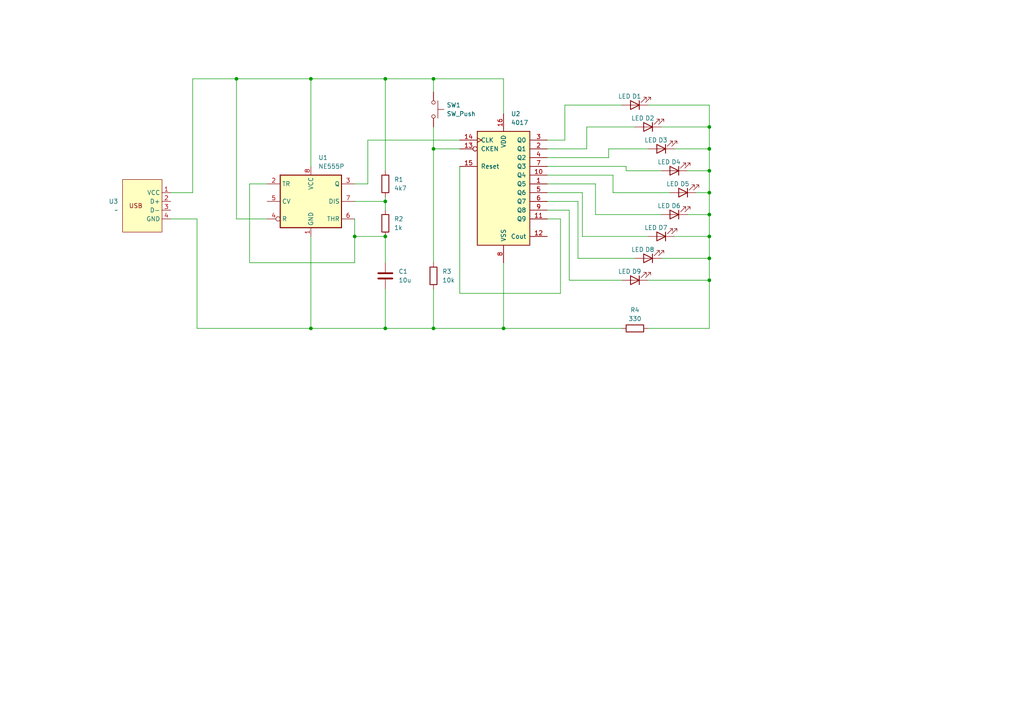
<source format=kicad_sch>
(kicad_sch (version 20250114) (generator "eeschema") (generator_version "9.0")
  (paper "A4")
  (lib_symbols
    (symbol "4xxx:4017" (pin_names (offset 1.016))
      (property "Reference" "U" (at -7.62 16.51 0))
      (property "Value" "4017" (at -7.62 -19.05 0))
      (symbol "4017_1_0"
        (pin input clock (at -12.7 12.7 0) (length 5.08) (name "CLK") (number "14"))
        (pin input inverted (at -12.7 10.16 0) (length 5.08) (name "CKEN") (number "13"))
        (pin input line (at -12.7 5.08 0) (length 5.08) (name "Reset") (number "15"))
        (pin power_in line (at 0 20.32 270) (length 5.08) (name "VDD") (number "16"))
        (pin power_in line (at 0 -22.86 90) (length 5.08) (name "VSS") (number "8"))
        (pin output line (at 12.7 12.7 180) (length 5.08) (name "Q0") (number "3"))
        (pin output line (at 12.7 10.16 180) (length 5.08) (name "Q1") (number "2"))
        (pin output line (at 12.7 7.62 180) (length 5.08) (name "Q2") (number "4"))
        (pin output line (at 12.7 5.08 180) (length 5.08) (name "Q3") (number "7"))
        (pin output line (at 12.7 2.54 180) (length 5.08) (name "Q4") (number "10"))
        (pin output line (at 12.7 0 180) (length 5.08) (name "Q5") (number "1"))
        (pin output line (at 12.7 -2.54 180) (length 5.08) (name "Q6") (number "5"))
        (pin output line (at 12.7 -5.08 180) (length 5.08) (name "Q7") (number "6"))
        (pin output line (at 12.7 -7.62 180) (length 5.08) (name "Q8") (number "9"))
        (pin output line (at 12.7 -10.16 180) (length 5.08) (name "Q9") (number "11"))
        (pin output line (at 12.7 -15.24 180) (length 5.08) (name "Cout") (number "12"))
      )
      (symbol "4017_1_1"
        (rectangle (start -7.62 15.24) (end 7.62 -17.78) (stroke (width 0.254)) (fill (type background)))
      )
    )
    (symbol "Device:C" (pin_numbers (hide yes)) (pin_names (offset 0.254))
      (property "Reference" "C" (at 0.635 2.54 0))
      (property "Value" "C" (at 0.635 -2.54 0))
      (symbol "C_0_1"
        (polyline (pts (xy -2.032 0.762) (xy 2.032 0.762)) (stroke (width 0.508)))
        (polyline (pts (xy -2.032 -0.762) (xy 2.032 -0.762)) (stroke (width 0.508)))
      )
      (symbol "C_1_1"
        (pin passive line (at 0 3.81 270) (length 2.794) (name "~") (number "1"))
        (pin passive line (at 0 -3.81 90) (length 2.794) (name "~") (number "2"))
      )
    )
    (symbol "Device:LED" (pin_numbers (hide yes)) (pin_names (offset 1.016) (hide yes))
      (property "Reference" "D" (at 0 2.54 0))
      (property "Value" "LED" (at 0 -2.54 0))
      (symbol "LED_0_1"
        (polyline (pts (xy -3.048 -0.762) (xy -4.572 -2.286) (xy -3.81 -2.286) (xy -4.572 -2.286) (xy -4.572 -1.524)))
        (polyline (pts (xy -1.778 -0.762) (xy -3.302 -2.286) (xy -2.54 -2.286) (xy -3.302 -2.286) (xy -3.302 -1.524)))
        (polyline (pts (xy -1.27 0) (xy 1.27 0)))
        (polyline (pts (xy -1.27 -1.27) (xy -1.27 1.27)) (stroke (width 0.254)))
        (polyline (pts (xy 1.27 -1.27) (xy 1.27 1.27) (xy -1.27 0) (xy 1.27 -1.27)) (stroke (width 0.254)))
      )
      (symbol "LED_1_1"
        (pin passive line (at -3.81 0 0) (length 2.54) (name "K") (number "1"))
        (pin passive line (at 3.81 0 180) (length 2.54) (name "A") (number "2"))
      )
    )
    (symbol "Device:R" (pin_numbers (hide yes)) (pin_names (offset 0))
      (property "Reference" "R" (at 2.032 0 90))
      (property "Value" "R" (at 0 0 90))
      (symbol "R_0_1"
        (rectangle (start -1.016 -2.54) (end 1.016 2.54) (stroke (width 0.254)))
      )
      (symbol "R_1_1"
        (pin passive line (at 0 3.81 270) (length 1.27) (name "~") (number "1"))
        (pin passive line (at 0 -3.81 90) (length 1.27) (name "~") (number "2"))
      )
    )
    (symbol "Switch:SW_Push" (pin_numbers (hide yes)) (pin_names (offset 1.016) (hide yes))
      (property "Reference" "SW" (at 1.27 2.54 0))
      (property "Value" "SW_Push" (at 0 -1.524 0))
      (symbol "SW_Push_0_1"
        (circle (center -2.032 0) (radius 0.508))
        (polyline (pts (xy 0 1.27) (xy 0 3.048)))
        (circle (center 2.032 0) (radius 0.508))
        (polyline (pts (xy 2.54 1.27) (xy -2.54 1.27)))
        (pin passive line (at -5.08 0 0) (length 2.54) (name "1") (number "1"))
        (pin passive line (at 5.08 0 180) (length 2.54) (name "2") (number "2"))
      )
    )
    (symbol "Timer:NE555P"
      (property "Reference" "U" (at -10.16 8.89 0))
      (property "Value" "NE555P" (at 2.54 8.89 0))
      (symbol "NE555P_0_0"
        (pin power_in line (at 0 10.16 270) (length 2.54) (name "VCC") (number "8"))
        (pin power_in line (at 0 -10.16 90) (length 2.54) (name "GND") (number "1"))
      )
      (symbol "NE555P_0_1"
        (rectangle (start -8.89 -7.62) (end 8.89 7.62) (stroke (width 0.254)) (fill (type background)))
        (rectangle (start -8.89 -7.62) (end 8.89 7.62) (stroke (width 0.254)) (fill (type background)))
      )
      (symbol "NE555P_1_1"
        (pin input line (at -12.7 5.08 0) (length 3.81) (name "TR") (number "2"))
        (pin input line (at -12.7 0 0) (length 3.81) (name "CV") (number "5"))
        (pin input inverted (at -12.7 -5.08 0) (length 3.81) (name "R") (number "4"))
        (pin output line (at 12.7 5.08 180) (length 3.81) (name "Q") (number "3"))
        (pin input line (at 12.7 0 180) (length 3.81) (name "DIS") (number "7"))
        (pin input line (at 12.7 -5.08 180) (length 3.81) (name "THR") (number "6"))
      )
    )
    (symbol "custom_symbol_library:PCB_USB_CONNECTOR"
      (property "Reference" "U" (at 0 0 0))
      (symbol "PCB_USB_CONNECTOR_1_1"
        (rectangle (start 5.08 7.62) (end 16.51 -7.62) (fill (type background)))
        (text "USB" (at 12.7 0 0) (effects (font (size 1.27 1.27))))
        (pin power_in line (at 2.54 3.81 0) (length 2.54) (name "VCC") (number "1"))
        (pin bidirectional line (at 2.54 1.27 0) (length 2.54) (name "D+") (number "2"))
        (pin bidirectional line (at 2.54 -1.27 0) (length 2.54) (name "D-") (number "3"))
        (pin power_in line (at 2.54 -3.81 0) (length 2.54) (name "GND") (number "4"))
      )
    )
  )
  (junction (at 111.76 68.58))
  (junction (at 111.76 22.86))
  (junction (at 205.74 36.83))
  (junction (at 125.73 95.25))
  (junction (at 125.73 43.18))
  (junction (at 90.17 95.25))
  (junction (at 205.74 68.58))
  (junction (at 125.73 22.86))
  (junction (at 90.17 22.86))
  (junction (at 102.87 68.58))
  (junction (at 205.74 49.53))
  (junction (at 205.74 55.88))
  (junction (at 111.76 95.25))
  (junction (at 146.05 95.25))
  (junction (at 68.58 22.86))
  (junction (at 205.74 74.93))
  (junction (at 205.74 81.28))
  (junction (at 205.74 62.23))
  (junction (at 205.74 43.18))
  (junction (at 111.76 58.42))
  (wire (pts (xy 199.39 49.53) (xy 205.74 49.53)))
  (wire (pts (xy 57.15 63.5) (xy 57.15 95.25)))
  (wire (pts (xy 199.39 62.23) (xy 205.74 62.23)))
  (wire (pts (xy 125.73 43.18) (xy 125.73 76.2)))
  (wire (pts (xy 102.87 58.42) (xy 111.76 58.42)))
  (wire (pts (xy 176.53 43.18) (xy 187.96 43.18)))
  (wire (pts (xy 90.17 95.25) (xy 111.76 95.25)))
  (wire (pts (xy 158.75 43.18) (xy 170.18 43.18)))
  (wire (pts (xy 195.58 43.18) (xy 205.74 43.18)))
  (wire (pts (xy 111.76 95.25) (xy 125.73 95.25)))
  (wire (pts (xy 90.17 68.58) (xy 90.17 95.25)))
  (wire (pts (xy 146.05 33.02) (xy 146.05 22.86)))
  (wire (pts (xy 49.53 55.88) (xy 55.88 55.88)))
  (wire (pts (xy 102.87 68.58) (xy 102.87 63.5)))
  (wire (pts (xy 57.15 95.25) (xy 90.17 95.25)))
  (wire (pts (xy 170.18 43.18) (xy 170.18 36.83)))
  (wire (pts (xy 167.64 58.42) (xy 167.64 74.93)))
  (wire (pts (xy 165.1 60.96) (xy 165.1 81.28)))
  (wire (pts (xy 125.73 83.82) (xy 125.73 95.25)))
  (wire (pts (xy 162.56 85.09) (xy 133.35 85.09)))
  (wire (pts (xy 181.61 48.26) (xy 181.61 49.53)))
  (wire (pts (xy 102.87 53.34) (xy 106.68 53.34)))
  (wire (pts (xy 168.91 68.58) (xy 187.96 68.58)))
  (wire (pts (xy 205.74 55.88) (xy 205.74 49.53)))
  (wire (pts (xy 111.76 68.58) (xy 102.87 68.58)))
  (wire (pts (xy 181.61 49.53) (xy 191.77 49.53)))
  (wire (pts (xy 163.83 40.64) (xy 163.83 30.48)))
  (wire (pts (xy 191.77 74.93) (xy 205.74 74.93)))
  (wire (pts (xy 125.73 22.86) (xy 111.76 22.86)))
  (wire (pts (xy 133.35 85.09) (xy 133.35 48.26)))
  (wire (pts (xy 205.74 74.93) (xy 205.74 68.58)))
  (wire (pts (xy 158.75 55.88) (xy 168.91 55.88)))
  (wire (pts (xy 102.87 68.58) (xy 102.87 76.2)))
  (wire (pts (xy 205.74 68.58) (xy 205.74 62.23)))
  (wire (pts (xy 158.75 58.42) (xy 167.64 58.42)))
  (wire (pts (xy 176.53 45.72) (xy 176.53 43.18)))
  (wire (pts (xy 102.87 76.2) (xy 72.39 76.2)))
  (wire (pts (xy 68.58 63.5) (xy 68.58 22.86)))
  (wire (pts (xy 187.96 81.28) (xy 205.74 81.28)))
  (wire (pts (xy 201.93 55.88) (xy 205.74 55.88)))
  (wire (pts (xy 49.53 63.5) (xy 57.15 63.5)))
  (wire (pts (xy 146.05 95.25) (xy 180.34 95.25)))
  (wire (pts (xy 72.39 76.2) (xy 72.39 53.34)))
  (wire (pts (xy 106.68 53.34) (xy 106.68 40.64)))
  (wire (pts (xy 111.76 58.42) (xy 111.76 57.15)))
  (wire (pts (xy 111.76 58.42) (xy 111.76 60.96)))
  (wire (pts (xy 158.75 53.34) (xy 172.72 53.34)))
  (wire (pts (xy 125.73 22.86) (xy 125.73 26.67)))
  (wire (pts (xy 125.73 36.83) (xy 125.73 43.18)))
  (wire (pts (xy 125.73 95.25) (xy 146.05 95.25)))
  (wire (pts (xy 55.88 22.86) (xy 68.58 22.86)))
  (wire (pts (xy 195.58 68.58) (xy 205.74 68.58)))
  (wire (pts (xy 167.64 74.93) (xy 184.15 74.93)))
  (wire (pts (xy 55.88 55.88) (xy 55.88 22.86)))
  (wire (pts (xy 205.74 81.28) (xy 205.74 74.93)))
  (wire (pts (xy 158.75 45.72) (xy 176.53 45.72)))
  (wire (pts (xy 158.75 63.5) (xy 162.56 63.5)))
  (wire (pts (xy 172.72 62.23) (xy 191.77 62.23)))
  (wire (pts (xy 158.75 60.96) (xy 165.1 60.96)))
  (wire (pts (xy 205.74 49.53) (xy 205.74 43.18)))
  (wire (pts (xy 205.74 36.83) (xy 205.74 30.48)))
  (wire (pts (xy 146.05 22.86) (xy 125.73 22.86)))
  (wire (pts (xy 162.56 63.5) (xy 162.56 85.09)))
  (wire (pts (xy 205.74 30.48) (xy 187.96 30.48)))
  (wire (pts (xy 205.74 43.18) (xy 205.74 36.83)))
  (wire (pts (xy 77.47 63.5) (xy 68.58 63.5)))
  (wire (pts (xy 133.35 43.18) (xy 125.73 43.18)))
  (wire (pts (xy 177.8 50.8) (xy 177.8 55.88)))
  (wire (pts (xy 90.17 22.86) (xy 90.17 48.26)))
  (wire (pts (xy 111.76 22.86) (xy 90.17 22.86)))
  (wire (pts (xy 170.18 36.83) (xy 184.15 36.83)))
  (wire (pts (xy 205.74 95.25) (xy 205.74 81.28)))
  (wire (pts (xy 172.72 53.34) (xy 172.72 62.23)))
  (wire (pts (xy 163.83 30.48) (xy 180.34 30.48)))
  (wire (pts (xy 111.76 68.58) (xy 111.76 76.2)))
  (wire (pts (xy 187.96 95.25) (xy 205.74 95.25)))
  (wire (pts (xy 72.39 53.34) (xy 77.47 53.34)))
  (wire (pts (xy 191.77 36.83) (xy 205.74 36.83)))
  (wire (pts (xy 158.75 40.64) (xy 163.83 40.64)))
  (wire (pts (xy 68.58 22.86) (xy 90.17 22.86)))
  (wire (pts (xy 165.1 81.28) (xy 180.34 81.28)))
  (wire (pts (xy 111.76 83.82) (xy 111.76 95.25)))
  (wire (pts (xy 177.8 55.88) (xy 194.31 55.88)))
  (wire (pts (xy 168.91 55.88) (xy 168.91 68.58)))
  (wire (pts (xy 158.75 48.26) (xy 181.61 48.26)))
  (wire (pts (xy 111.76 22.86) (xy 111.76 49.53)))
  (wire (pts (xy 106.68 40.64) (xy 133.35 40.64)))
  (wire (pts (xy 158.75 50.8) (xy 177.8 50.8)))
  (wire (pts (xy 146.05 76.2) (xy 146.05 95.25)))
  (wire (pts (xy 205.74 62.23) (xy 205.74 55.88)))
  (symbol (lib_id "Device:R") (at 125.73 80.01 0) (unit 1)
    (property "Reference" "R3" (at 128.27 78.7399 0) (effects (justify left)))
    (property "Value" "10k" (at 128.27 81.2799 0) (effects (justify left)))
    (property "Footprint" "Resistor_SMD:R_0805_2012Metric_Pad1.20x1.40mm_HandSolder" (effects (hide yes)))
    (property "Description" "Resistor" (effects (hide yes)))
  )
  (symbol (lib_id "Device:LED") (at 187.96 36.83 180) (unit 1)
    (property "Reference" "D2" (at 188.468 34.29 0))
    (property "Value" "LED" (at 184.912 34.29 0))
    (property "Footprint" "LED_SMD:LED_1210_3225Metric_Pad1.42x2.65mm_HandSolder" (effects (hide yes)))
    (property "Description" "Light emitting diode" (effects (hide yes)))
    (property "Sim.Pins" "1=K 2=A" (effects (hide yes)))
  )
  (symbol (lib_id "Switch:SW_Push") (at 125.73 31.75 270) (unit 1)
    (property "Reference" "SW1" (at 129.54 30.4799 90) (effects (justify left)))
    (property "Value" "SW_Push" (at 129.54 33.0199 90) (effects (justify left)))
    (property "Footprint" "Button_Switch_SMD:SW_SPST_TS-1088-xR020" (effects (hide yes)))
    (property "Description" "Push button switch, generic, two pins" (effects (hide yes)))
  )
  (symbol (lib_id "Device:LED") (at 184.15 30.48 180) (unit 1)
    (property "Reference" "D1" (at 184.658 27.94 0))
    (property "Value" "LED" (at 181.102 27.94 0))
    (property "Footprint" "LED_SMD:LED_1210_3225Metric_Pad1.42x2.65mm_HandSolder" (effects (hide yes)))
    (property "Description" "Light emitting diode" (effects (hide yes)))
    (property "Sim.Pins" "1=K 2=A" (effects (hide yes)))
  )
  (symbol (lib_id "custom_symbol_library:PCB_USB_CONNECTOR") (at 52.07 59.69 0) (mirror y) (unit 1)
    (property "Reference" "U3" (at 34.29 58.4199 0) (effects (justify left)))
    (property "Value" "~" (at 34.29 60.9599 0) (effects (justify left)))
    (property "Footprint" "custom_footprint_library:PCB_USB_connector" (effects (hide yes)))
  )
  (symbol (lib_id "4xxx:4017") (at 146.05 53.34 0) (unit 1)
    (property "Reference" "U2" (at 148.1933 33.02 0) (effects (justify left)))
    (property "Value" "4017" (at 148.1933 35.56 0) (effects (justify left)))
    (property "Footprint" "Package_DIP:DIP-16_W7.62mm" (effects (hide yes)))
    (property "Datasheet" "http://www.intersil.com/content/dam/Intersil/documents/cd40/cd4017bms-22bms.pdf" (effects (hide yes)))
    (property "Description" "Johnson Counter ( 10 outputs )" (effects (hide yes)))
  )
  (symbol (lib_id "Device:R") (at 184.15 95.25 270) (unit 1)
    (property "Reference" "R4" (at 184.15 89.916 90))
    (property "Value" "330" (at 184.15 92.456 90))
    (property "Footprint" "Resistor_SMD:R_0805_2012Metric_Pad1.20x1.40mm_HandSolder" (effects (hide yes)))
    (property "Description" "Resistor" (effects (hide yes)))
  )
  (symbol (lib_id "Device:R") (at 111.76 64.77 0) (unit 1)
    (property "Reference" "R2" (at 114.3 63.4999 0) (effects (justify left)))
    (property "Value" "1k" (at 114.3 66.0399 0) (effects (justify left)))
    (property "Footprint" "Resistor_SMD:R_0805_2012Metric_Pad1.20x1.40mm_HandSolder" (effects (hide yes)))
    (property "Description" "Resistor" (effects (hide yes)))
  )
  (symbol (lib_id "Device:LED") (at 191.77 68.58 180) (unit 1)
    (property "Reference" "D7" (at 192.278 66.04 0))
    (property "Value" "LED" (at 188.722 66.04 0))
    (property "Footprint" "LED_SMD:LED_1210_3225Metric_Pad1.42x2.65mm_HandSolder" (effects (hide yes)))
    (property "Description" "Light emitting diode" (effects (hide yes)))
    (property "Sim.Pins" "1=K 2=A" (effects (hide yes)))
  )
  (symbol (lib_id "Device:LED") (at 187.96 74.93 180) (unit 1)
    (property "Reference" "D8" (at 188.468 72.39 0))
    (property "Value" "LED" (at 184.912 72.39 0))
    (property "Footprint" "LED_SMD:LED_1210_3225Metric_Pad1.42x2.65mm_HandSolder" (effects (hide yes)))
    (property "Description" "Light emitting diode" (effects (hide yes)))
    (property "Sim.Pins" "1=K 2=A" (effects (hide yes)))
  )
  (symbol (lib_id "Device:LED") (at 198.12 55.88 180) (unit 1)
    (property "Reference" "D5" (at 198.628 53.34 0))
    (property "Value" "LED" (at 195.072 53.34 0))
    (property "Footprint" "LED_SMD:LED_1210_3225Metric_Pad1.42x2.65mm_HandSolder" (effects (hide yes)))
    (property "Description" "Light emitting diode" (effects (hide yes)))
    (property "Sim.Pins" "1=K 2=A" (effects (hide yes)))
  )
  (symbol (lib_id "Device:LED") (at 195.58 49.53 180) (unit 1)
    (property "Reference" "D4" (at 196.088 46.99 0))
    (property "Value" "LED" (at 192.532 46.99 0))
    (property "Footprint" "LED_SMD:LED_1210_3225Metric_Pad1.42x2.65mm_HandSolder" (effects (hide yes)))
    (property "Description" "Light emitting diode" (effects (hide yes)))
    (property "Sim.Pins" "1=K 2=A" (effects (hide yes)))
  )
  (symbol (lib_id "Timer:NE555P") (at 90.17 58.42 0) (unit 1)
    (property "Reference" "U1" (at 92.3133 45.72 0) (effects (justify left)))
    (property "Value" "NE555P" (at 92.3133 48.26 0) (effects (justify left)))
    (property "Footprint" "Package_DIP:DIP-8_W7.62mm" (effects (hide yes)))
    (property "Datasheet" "http://www.ti.com/lit/ds/symlink/ne555.pdf" (effects (hide yes)))
    (property "Description" "Precision Timers, 555 compatible,  PDIP-8" (effects (hide yes)))
  )
  (symbol (lib_id "Device:LED") (at 184.15 81.28 180) (unit 1)
    (property "Reference" "D9" (at 184.658 78.74 0))
    (property "Value" "LED" (at 181.102 78.74 0))
    (property "Footprint" "LED_SMD:LED_1210_3225Metric_Pad1.42x2.65mm_HandSolder" (effects (hide yes)))
    (property "Description" "Light emitting diode" (effects (hide yes)))
    (property "Sim.Pins" "1=K 2=A" (effects (hide yes)))
  )
  (symbol (lib_id "Device:R") (at 111.76 53.34 0) (unit 1)
    (property "Reference" "R1" (at 114.3 52.0699 0) (effects (justify left)))
    (property "Value" "4k7" (at 114.3 54.6099 0) (effects (justify left)))
    (property "Footprint" "Resistor_SMD:R_0805_2012Metric_Pad1.20x1.40mm_HandSolder" (effects (hide yes)))
    (property "Description" "Resistor" (effects (hide yes)))
  )
  (symbol (lib_id "Device:LED") (at 195.58 62.23 180) (unit 1)
    (property "Reference" "D6" (at 196.088 59.69 0))
    (property "Value" "LED" (at 192.532 59.69 0))
    (property "Footprint" "LED_SMD:LED_1210_3225Metric_Pad1.42x2.65mm_HandSolder" (effects (hide yes)))
    (property "Description" "Light emitting diode" (effects (hide yes)))
    (property "Sim.Pins" "1=K 2=A" (effects (hide yes)))
  )
  (symbol (lib_id "Device:LED") (at 191.77 43.18 180) (unit 1)
    (property "Reference" "D3" (at 192.278 40.64 0))
    (property "Value" "LED" (at 188.722 40.64 0))
    (property "Footprint" "LED_SMD:LED_1210_3225Metric_Pad1.42x2.65mm_HandSolder" (effects (hide yes)))
    (property "Description" "Light emitting diode" (effects (hide yes)))
    (property "Sim.Pins" "1=K 2=A" (effects (hide yes)))
  )
  (symbol (lib_id "Device:C") (at 111.76 80.01 0) (unit 1)
    (property "Reference" "C1" (at 115.57 78.7399 0) (effects (justify left)))
    (property "Value" "10u" (at 115.57 81.2799 0) (effects (justify left)))
    (property "Footprint" "Capacitor_SMD:C_0805_2012Metric_Pad1.18x1.45mm_HandSolder" (effects (hide yes)))
    (property "Description" "Unpolarized capacitor" (effects (hide yes)))
  )
)
</source>
